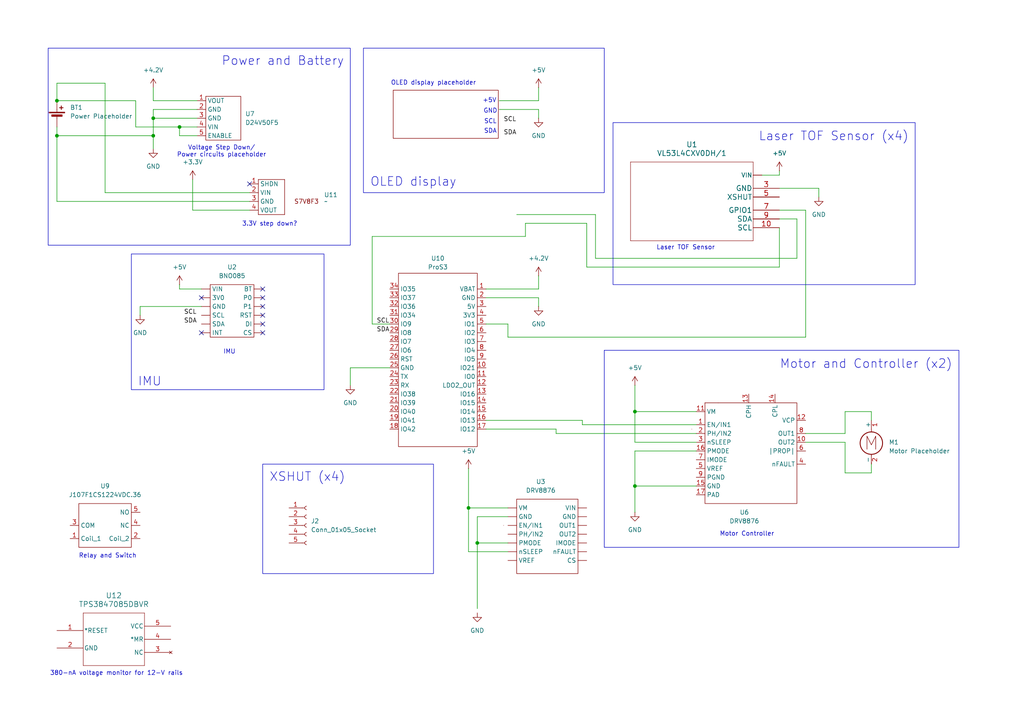
<source format=kicad_sch>
(kicad_sch (version 20231120) (generator "eeschema") (generator_version "8.0")
  (paper "A4")
  (lib_symbols
    (symbol "Connector:Conn_01x05_Socket" (pin_names (offset 1.016) hide)
      (property "Reference" "J" (at 0 7.62 0))
      (property "Value" "Conn_01x05_Socket" (at 0 -7.62 0))
      (symbol "Conn_01x05_Socket_1_1"
        (arc (start 0 -4.572) (mid -0.5058 -5.08) (end 0 -5.588) (stroke (width 0.1524)))
        (arc (start 0 -2.032) (mid -0.5058 -2.54) (end 0 -3.048) (stroke (width 0.1524)))
        (polyline (pts (xy -1.27 -5.08) (xy -0.508 -5.08)) (stroke (width 0.1524)))
        (polyline (pts (xy -1.27 -2.54) (xy -0.508 -2.54)) (stroke (width 0.1524)))
        (polyline (pts (xy -1.27 0) (xy -0.508 0)) (stroke (width 0.1524)))
        (polyline (pts (xy -1.27 2.54) (xy -0.508 2.54)) (stroke (width 0.1524)))
        (polyline (pts (xy -1.27 5.08) (xy -0.508 5.08)) (stroke (width 0.1524)))
        (arc (start 0 0.508) (mid -0.5058 0) (end 0 -0.508) (stroke (width 0.1524)))
        (arc (start 0 3.048) (mid -0.5058 2.54) (end 0 2.032) (stroke (width 0.1524)))
        (arc (start 0 5.588) (mid -0.5058 5.08) (end 0 4.572) (stroke (width 0.1524)))
        (pin passive line (at -5.08 5.08 0) (length 3.81) (name "Pin_1") (number "1"))
        (pin passive line (at -5.08 2.54 0) (length 3.81) (name "Pin_2") (number "2"))
        (pin passive line (at -5.08 0 0) (length 3.81) (name "Pin_3") (number "3"))
        (pin passive line (at -5.08 -2.54 0) (length 3.81) (name "Pin_4") (number "4"))
        (pin passive line (at -5.08 -5.08 0) (length 3.81) (name "Pin_5") (number "5"))
      )
    )
    (symbol "Device:Battery_Cell" (pin_numbers hide) (pin_names (offset 0) hide)
      (property "Reference" "BT" (at 2.54 2.54 0))
      (property "Value" "Battery_Cell" (at 2.54 0 0))
      (symbol "Battery_Cell_0_1"
        (rectangle (start -2.286 1.778) (end 2.286 1.524) (fill (type outline)))
        (rectangle (start -1.524 1.016) (end 1.524 0.508) (fill (type outline)))
        (polyline (pts (xy 0 0.762) (xy 0 0)))
        (polyline (pts (xy 0 1.778) (xy 0 2.54)))
        (polyline (pts (xy 0.762 3.048) (xy 1.778 3.048)) (stroke (width 0.254)))
        (polyline (pts (xy 1.27 3.556) (xy 1.27 2.54)) (stroke (width 0.254)))
      )
      (symbol "Battery_Cell_1_1"
        (pin passive line (at 0 5.08 270) (length 2.54) (name "+") (number "1"))
        (pin passive line (at 0 -2.54 90) (length 2.54) (name "-") (number "2"))
      )
    )
    (symbol "Motor:Motor_DC" (pin_names (offset 0))
      (property "Reference" "M" (at 2.54 2.54 0))
      (property "Value" "Motor_DC" (at 2.54 -5.08 0))
      (symbol "Motor_DC_0_0"
        (polyline (pts (xy -1.27 -3.302) (xy -1.27 0.508) (xy 0 -2.032) (xy 1.27 0.508) (xy 1.27 -3.302)))
      )
      (symbol "Motor_DC_0_1"
        (circle (center 0 -1.524) (radius 3.2512) (stroke (width 0.254)))
        (polyline (pts (xy 0 -7.62) (xy 0 -7.112)))
        (polyline (pts (xy 0 -4.7752) (xy 0 -5.1816)))
        (polyline (pts (xy 0 1.7272) (xy 0 2.0828)))
        (polyline (pts (xy 0 2.032) (xy 0 2.54)))
      )
      (symbol "Motor_DC_1_1"
        (pin passive line (at 0 5.08 270) (length 2.54) (name "+") (number "1"))
        (pin passive line (at 0 -7.62 90) (length 2.54) (name "-") (number "2"))
      )
    )
    (symbol "Pacbots2023:DRV8876"
      (property "Reference" "U" (at -6.35 -3.81 0))
      (property "Value" "DRV8876" (at -6.35 -6.35 0))
      (symbol "DRV8876_0_1"
        (rectangle (start -19.05 -16.51) (end -19.05 -16.51))
        (rectangle (start -15.24 -8.89) (end -15.24 -8.89))
        (rectangle (start -15.24 -8.89) (end 2.54 -30.48))
        (rectangle (start -11.43 -17.78) (end -11.43 -17.78))
        (rectangle (start -11.43 -8.89) (end -11.43 -8.89))
      )
      (symbol "DRV8876_1_1"
        (pin input line (at 5.08 -26.67 180) (length 2.54) (name "CS") (number ""))
        (pin input line (at -17.78 -16.51 0) (length 2.54) (name "EN/IN1") (number ""))
        (pin power_out line (at -17.78 -13.97 0) (length 2.54) (name "GND") (number ""))
        (pin power_out line (at 5.08 -13.97 180) (length 2.54) (name "GND") (number ""))
        (pin input line (at 5.08 -21.59 180) (length 2.54) (name "IMODE") (number ""))
        (pin output line (at 5.08 -16.51 180) (length 2.54) (name "OUT1") (number ""))
        (pin output line (at 5.08 -19.05 180) (length 2.54) (name "OUT2") (number ""))
        (pin input line (at -17.78 -19.05 0) (length 2.54) (name "PH/IN2") (number ""))
        (pin input line (at -17.78 -21.59 0) (length 2.54) (name "PMODE") (number ""))
        (pin power_in line (at 5.08 -11.43 180) (length 2.54) (name "VIN") (number ""))
        (pin power_in line (at -17.78 -11.43 0) (length 2.54) (name "VM") (number ""))
        (pin input line (at -17.78 -26.67 0) (length 2.54) (name "VREF") (number ""))
        (pin open_emitter line (at 5.08 -24.13 180) (length 2.54) (name "nFAULT") (number ""))
        (pin input line (at -17.78 -24.13 0) (length 2.54) (name "nSLEEP") (number ""))
      )
    )
    (symbol "PacbotsParts:BNO085"
      (property "Reference" "U" (at 0 2.54 0))
      (property "Value" "BNO085" (at 0 0 0))
      (symbol "BNO085_0_1"
        (rectangle (start -6.35 -1.27) (end 6.35 -16.51))
      )
      (symbol "BNO085_1_1"
        (pin input line (at 8.89 -12.7 180) (length 2.54) (name "3V0") (number ""))
        (pin input line (at -8.89 -15.24 0) (length 2.54) (name "BT") (number ""))
        (pin input line (at -8.89 -2.54 0) (length 2.54) (name "CS") (number ""))
        (pin input line (at -8.89 -5.08 0) (length 2.54) (name "DI") (number ""))
        (pin input line (at 8.89 -10.16 180) (length 2.54) (name "GND") (number ""))
        (pin input line (at 8.89 -2.54 180) (length 2.54) (name "INT") (number ""))
        (pin input line (at -8.89 -12.7 0) (length 2.54) (name "P0") (number ""))
        (pin input line (at -8.89 -10.16 0) (length 2.54) (name "P1") (number ""))
        (pin input line (at -8.89 -7.62 0) (length 2.54) (name "RST") (number ""))
        (pin bidirectional line (at 8.89 -7.62 180) (length 2.54) (name "SCL") (number ""))
        (pin bidirectional line (at 8.89 -5.08 180) (length 2.54) (name "SDA") (number ""))
        (pin input line (at 8.89 -15.24 180) (length 2.54) (name "VIN") (number ""))
      )
    )
    (symbol "PacbotsParts:D24V50F5"
      (property "Reference" "U" (at 0 2.54 0))
      (property "Value" "D24V50F5" (at 0 5.08 0))
      (symbol "D24V50F5_0_1"
        (rectangle (start -5.08 1.27) (end 5.08 -11.43))
      )
      (symbol "D24V50F5_1_1"
        (pin output line (at -7.62 0 0) (length 2.54) (name "VOUT") (number "1"))
        (pin output line (at -7.62 -2.54 0) (length 2.54) (name "GND") (number "2"))
        (pin output line (at -7.62 -5.08 0) (length 2.54) (name "GND") (number "3"))
        (pin input line (at -7.62 -7.62 0) (length 2.54) (name "VIN") (number "4"))
        (pin input line (at -7.62 -10.16 0) (length 2.54) (name "ENABLE") (number "5"))
      )
    )
    (symbol "PacbotsParts:DRV8876"
      (property "Reference" "U" (at 2.54 3.81 0))
      (property "Value" "DRV8876" (at 2.54 6.35 0))
      (symbol "DRV8876_0_1"
        (rectangle (start -19.05 -16.51) (end -19.05 -16.51))
        (rectangle (start -15.24 -8.89) (end -15.24 -8.89))
        (rectangle (start -15.24 -8.89) (end 11.43 -38.1))
        (rectangle (start -11.43 -17.78) (end -11.43 -17.78))
        (rectangle (start -11.43 -8.89) (end -11.43 -8.89))
      )
      (symbol "DRV8876_1_1"
        (pin input line (at -17.78 -15.24 0) (length 2.54) (name "EN/IN1") (number "1"))
        (pin output line (at 13.97 -20.32 180) (length 2.54) (name "OUT2") (number "10"))
        (pin unspecified line (at -17.78 -11.43 0) (length 2.54) (name "VM") (number "11"))
        (pin unspecified line (at 13.97 -13.97 180) (length 2.54) (name "VCP") (number "12"))
        (pin unspecified line (at -2.54 -6.35 270) (length 2.54) (name "CPH") (number "13"))
        (pin unspecified line (at 5.08 -6.35 270) (length 2.54) (name "CPL") (number "14"))
        (pin power_in line (at -17.78 -33.02 0) (length 2.54) (name "GND") (number "15"))
        (pin input line (at -17.78 -22.86 0) (length 2.54) (name "PMODE") (number "16"))
        (pin power_in line (at -17.78 -35.56 0) (length 2.54) (name "PAD") (number "17"))
        (pin input line (at -17.78 -17.78 0) (length 2.54) (name "PH/IN2") (number "2"))
        (pin input line (at -17.78 -20.32 0) (length 2.54) (name "nSLEEP") (number "3"))
        (pin output line (at 13.97 -26.67 180) (length 2.54) (name "nFAULT") (number "4"))
        (pin input line (at -17.78 -27.94 0) (length 2.54) (name "VREF") (number "5"))
        (pin output line (at 13.97 -22.86 180) (length 2.54) (name "|PROP|") (number "6"))
        (pin input line (at -17.78 -25.4 0) (length 2.54) (name "IMODE") (number "7"))
        (pin output line (at 13.97 -17.78 180) (length 2.54) (name "OUT1") (number "8"))
        (pin power_in line (at -17.78 -30.48 0) (length 2.54) (name "PGND") (number "9"))
      )
    )
    (symbol "PacbotsParts:J107F1CS1224VDC.36"
      (property "Reference" "U" (at 0 0 0))
      (property "Value" "J107F1CS1224VDC.36" (at 0 -2.54 0))
      (symbol "J107F1CS1224VDC.36_0_1"
        (rectangle (start -7.62 -3.81) (end 7.62 -16.51))
      )
      (symbol "J107F1CS1224VDC.36_1_1"
        (pin input line (at -10.16 -13.97 0) (length 2.54) (name "Coil_1") (number "1"))
        (pin output line (at 10.16 -13.97 180) (length 2.54) (name "Coil_2") (number "2"))
        (pin input line (at -10.16 -10.16 0) (length 2.54) (name "COM") (number "3"))
        (pin output line (at 10.16 -10.16 180) (length 2.54) (name "NC") (number "4"))
        (pin output line (at 10.16 -6.35 180) (length 2.54) (name "NO") (number "5"))
      )
    )
    (symbol "PacbotsParts:ProS3"
      (property "Reference" "U" (at 0 -28.956 0))
      (property "Value" "ProS3" (at -0.508 27.178 0))
      (symbol "ProS3_0_1"
        (rectangle (start -11.43 24.892) (end 11.43 -25.4) (stroke (width 0.1524)))
      )
      (symbol "ProS3_1_1"
        (pin power_in line (at 13.97 20.32 180) (length 2.54) (name "VBAT") (number "1"))
        (pin bidirectional line (at 13.97 -2.54 180) (length 2.54) (name "IO21") (number "10"))
        (pin bidirectional line (at 13.97 -5.08 180) (length 2.54) (name "IO0") (number "11"))
        (pin power_out line (at 13.97 -7.62 180) (length 2.54) (name "LDO2_OUT") (number "12"))
        (pin bidirectional line (at 13.97 -10.16 180) (length 2.54) (name "IO16") (number "13"))
        (pin bidirectional line (at 13.97 -12.7 180) (length 2.54) (name "IO15") (number "14"))
        (pin bidirectional line (at 13.97 -15.24 180) (length 2.54) (name "IO14") (number "15"))
        (pin bidirectional line (at 13.97 -17.78 180) (length 2.54) (name "IO13") (number "16"))
        (pin bidirectional line (at 13.97 -20.32 180) (length 2.54) (name "IO12") (number "17"))
        (pin bidirectional line (at -13.97 -20.32 0) (length 2.54) (name "IO42") (number "18"))
        (pin bidirectional line (at -13.97 -17.78 0) (length 2.54) (name "IO41") (number "19"))
        (pin power_in line (at 13.97 17.78 180) (length 2.54) (name "GND") (number "2"))
        (pin bidirectional line (at -13.97 -15.24 0) (length 2.54) (name "IO40") (number "20"))
        (pin bidirectional line (at -13.97 -12.7 0) (length 2.54) (name "IO39") (number "21"))
        (pin bidirectional line (at -13.97 -10.16 0) (length 2.54) (name "IO38") (number "22"))
        (pin bidirectional line (at -13.97 -7.62 0) (length 2.54) (name "RX") (number "23"))
        (pin bidirectional line (at -13.97 -5.08 0) (length 2.54) (name "TX") (number "24"))
        (pin power_in line (at -13.97 -2.54 0) (length 2.54) (name "GND") (number "25"))
        (pin input line (at -13.97 0 0) (length 2.54) (name "RST") (number "26"))
        (pin bidirectional line (at -13.97 2.54 0) (length 2.54) (name "IO6") (number "27"))
        (pin bidirectional line (at -13.97 5.08 0) (length 2.54) (name "IO7") (number "28"))
        (pin bidirectional line (at -13.97 7.62 0) (length 2.54) (name "IO8") (number "29"))
        (pin power_in line (at 13.97 15.24 180) (length 2.54) (name "5V") (number "3"))
        (pin bidirectional line (at -13.97 10.16 0) (length 2.54) (name "IO9") (number "30"))
        (pin bidirectional line (at -13.97 12.7 0) (length 2.54) (name "IO34") (number "31"))
        (pin bidirectional line (at -13.97 15.24 0) (length 2.54) (name "IO36") (number "32"))
        (pin bidirectional line (at -13.97 17.78 0) (length 2.54) (name "IO37") (number "33"))
        (pin bidirectional line (at -13.97 20.32 0) (length 2.54) (name "IO35") (number "34"))
        (pin power_in line (at 13.97 12.7 180) (length 2.54) (name "3V3") (number "4"))
        (pin bidirectional line (at 13.97 10.16 180) (length 2.54) (name "IO1") (number "5"))
        (pin bidirectional line (at 13.97 7.62 180) (length 2.54) (name "IO2") (number "6"))
        (pin bidirectional line (at 13.97 5.08 180) (length 2.54) (name "IO3") (number "7"))
        (pin bidirectional line (at 13.97 2.54 180) (length 2.54) (name "IO4") (number "8"))
        (pin bidirectional line (at 13.97 0 180) (length 2.54) (name "IO5") (number "9"))
      )
    )
    (symbol "PacbotsParts:S7V8F3"
      (property "Reference" "U" (at 10.16 -6.35 0))
      (symbol "S7V8F3_0_0"
        (text "S7V8F3" (at 11.43 -8.89 0) (effects (font (size 1.27 1.27))))
      )
      (symbol "S7V8F3_0_1"
        (rectangle (start -2.54 -12.7) (end 5.08 -12.7))
        (rectangle (start -2.54 -2.54) (end -2.54 -12.7))
      )
      (symbol "S7V8F3_1_1"
        (rectangle (start -2.54 -2.54) (end 5.08 -2.54))
        (rectangle (start 5.08 -2.54) (end 5.08 -12.7))
        (pin input line (at -5.08 -3.81 0) (length 2.54) (name "SHDN") (number "1"))
        (pin input line (at -5.08 -6.35 0) (length 2.54) (name "VIN") (number "2"))
        (pin input line (at -5.08 -8.89 0) (length 2.54) (name "GND") (number "3"))
        (pin output line (at -5.08 -11.43 0) (length 2.54) (name "VOUT") (number "4"))
      )
    )
    (symbol "PacbotsParts:TPS3847085DBVR" (pin_names (offset 0.254))
      (property "Reference" "U" (at 0 12.7 0))
      (property "Value" "TPS3847085DBVR" (at 0 10.16 0))
      (symbol "TPS3847085DBVR_0_1"
        (polyline (pts (xy -8.89 -8.89) (xy 8.89 -8.89)) (stroke (width 0.127)))
        (polyline (pts (xy -8.89 6.35) (xy -8.89 -8.89)) (stroke (width 0.127)))
        (polyline (pts (xy 8.89 -8.89) (xy 8.89 6.35)) (stroke (width 0.127)))
        (polyline (pts (xy 8.89 6.35) (xy -8.89 6.35)) (stroke (width 0.127)))
        (pin output line (at -16.51 1.27 0) (length 7.62) (name "*RESET") (number "1"))
        (pin power_in line (at -16.51 -3.81 0) (length 7.62) (name "GND") (number "2"))
        (pin no_connect line (at 16.51 -5.08 180) (length 7.62) (name "NC") (number "3"))
        (pin input line (at 16.51 -1.27 180) (length 7.62) (name "*MR") (number "4"))
        (pin power_in line (at 16.51 2.54 180) (length 7.62) (name "VCC") (number "5"))
      )
    )
    (symbol "PacbotsParts:VL53L4CXV0DH/1" (pin_names (offset 0.254))
      (property "Reference" "U" (at 25.4 10.16 0))
      (property "Value" "VL53L4CXV0DH{slash}1" (at 25.4 7.62 0))
      (symbol "VL53L4CXV0DH/1_1_1"
        (polyline (pts (xy 7.62 -17.78) (xy 43.18 -17.78)) (stroke (width 0.127)))
        (polyline (pts (xy 7.62 5.08) (xy 7.62 -17.78)) (stroke (width 0.127)))
        (polyline (pts (xy 43.18 -17.78) (xy 43.18 5.08)) (stroke (width 0.127)))
        (polyline (pts (xy 43.18 5.08) (xy 7.62 5.08)) (stroke (width 0.127)))
        (pin input line (at 45.72 1.27 180) (length 2.54) (name "VIN") (number ""))
        (pin unspecified line (at 50.8 -13.97 180) (length 7.62) (name "SCL") (number "10"))
        (pin power_in line (at 50.8 -2.54 180) (length 7.62) (name "GND") (number "3"))
        (pin unspecified line (at 50.8 -5.08 180) (length 7.62) (name "XSHUT") (number "5"))
        (pin unspecified line (at 50.8 -8.89 180) (length 7.62) (name "GPIO1") (number "7"))
        (pin unspecified line (at 50.8 -11.43 180) (length 7.62) (name "SDA") (number "9"))
      )
    )
    (symbol "power:+5V" (power) (pin_numbers hide) (pin_names (offset 0) hide)
      (property "Value" "+5V" (at 0 3.556 0))
      (symbol "+5V_0_1"
        (polyline (pts (xy -0.762 1.27) (xy 0 2.54)))
        (polyline (pts (xy 0 0) (xy 0 2.54)))
        (polyline (pts (xy 0 2.54) (xy 0.762 1.27)))
      )
      (symbol "+5V_1_1"
        (pin power_in line (at 0 0 90) (length 0) (name "~") (number "1"))
      )
    )
    (symbol "power:GND" (power) (pin_numbers hide) (pin_names (offset 0) hide)
      (property "Value" "GND" (at 0 -3.81 0))
      (symbol "GND_0_1"
        (polyline (pts (xy 0 0) (xy 0 -1.27) (xy 1.27 -1.27) (xy 0 -2.54) (xy -1.27 -1.27) (xy 0 -1.27)))
      )
      (symbol "GND_1_1"
        (pin power_in line (at 0 0 270) (length 0) (name "~") (number "1"))
      )
    )
  )
  (junction (at 135.89 147.32))
  (junction (at 138.43 157.48))
  (junction (at 184.15 140.97))
  (junction (at 44.45 39.37))
  (junction (at 44.45 34.29))
  (junction (at 16.51 39.37))
  (junction (at 52.07 36.83))
  (junction (at 16.51 29.21))
  (junction (at 184.15 119.38))
  (no_connect (at 76.2 96.52))
  (no_connect (at 76.2 83.82))
  (no_connect (at 76.2 86.36))
  (no_connect (at 58.42 96.52))
  (no_connect (at 58.42 86.36))
  (no_connect (at 76.2 93.98))
  (no_connect (at 76.2 88.9))
  (no_connect (at 72.39 53.34))
  (no_connect (at 76.2 91.44))
  (wire (pts (xy 245.11 119.38) (xy 252.73 119.38)))
  (wire (pts (xy 138.43 149.86) (xy 138.43 157.48)))
  (wire (pts (xy 44.45 34.29) (xy 57.15 34.29)))
  (wire (pts (xy 144.78 29.21) (xy 156.21 29.21)))
  (wire (pts (xy 168.91 121.92) (xy 168.91 123.19)))
  (wire (pts (xy 147.32 149.86) (xy 138.43 149.86)))
  (wire (pts (xy 184.15 119.38) (xy 201.93 119.38)))
  (wire (pts (xy 16.51 39.37) (xy 44.45 39.37)))
  (wire (pts (xy 44.45 25.4) (xy 44.45 29.21)))
  (wire (pts (xy 226.06 60.96) (xy 233.68 60.96)))
  (wire (pts (xy 161.29 125.73) (xy 201.93 125.73)))
  (wire (pts (xy 140.97 121.92) (xy 168.91 121.92)))
  (wire (pts (xy 72.39 58.42) (xy 16.51 58.42)))
  (wire (pts (xy 245.11 125.73) (xy 245.11 119.38)))
  (wire (pts (xy 16.51 58.42) (xy 16.51 39.37)))
  (wire (pts (xy 140.97 124.46) (xy 161.29 124.46)))
  (wire (pts (xy 58.42 83.82) (xy 52.07 83.82)))
  (wire (pts (xy 52.07 39.37) (xy 52.07 36.83)))
  (wire (pts (xy 184.15 111.76) (xy 184.15 119.38)))
  (wire (pts (xy 149.86 62.23) (xy 172.72 62.23)))
  (wire (pts (xy 152.4 64.77) (xy 152.4 68.58)))
  (wire (pts (xy 39.37 36.83) (xy 52.07 36.83)))
  (wire (pts (xy 226.06 77.47) (xy 226.06 66.04)))
  (wire (pts (xy 184.15 130.81) (xy 184.15 140.97)))
  (wire (pts (xy 152.4 64.77) (xy 170.18 64.77)))
  (wire (pts (xy 231.14 63.5) (xy 226.06 63.5)))
  (wire (pts (xy 140.97 86.36) (xy 156.21 86.36)))
  (wire (pts (xy 168.91 123.19) (xy 201.93 123.19)))
  (wire (pts (xy 156.21 86.36) (xy 156.21 88.9)))
  (wire (pts (xy 16.51 29.21) (xy 39.37 29.21)))
  (wire (pts (xy 52.07 83.82) (xy 52.07 82.55)))
  (wire (pts (xy 135.89 147.32) (xy 135.89 160.02)))
  (wire (pts (xy 252.73 119.38) (xy 252.73 121.92)))
  (wire (pts (xy 57.15 39.37) (xy 52.07 39.37)))
  (wire (pts (xy 40.64 88.9) (xy 40.64 91.44)))
  (wire (pts (xy 30.48 55.88) (xy 30.48 24.13)))
  (wire (pts (xy 156.21 34.29) (xy 156.21 31.75)))
  (wire (pts (xy 201.93 130.81) (xy 184.15 130.81)))
  (wire (pts (xy 184.15 140.97) (xy 184.15 148.59)))
  (wire (pts (xy 107.95 68.58) (xy 107.95 93.98)))
  (wire (pts (xy 147.32 157.48) (xy 138.43 157.48)))
  (wire (pts (xy 16.51 36.83) (xy 16.51 39.37)))
  (wire (pts (xy 220.98 50.8) (xy 226.06 50.8)))
  (wire (pts (xy 245.11 128.27) (xy 245.11 137.16)))
  (wire (pts (xy 40.64 88.9) (xy 58.42 88.9)))
  (wire (pts (xy 72.39 60.96) (xy 55.88 60.96)))
  (wire (pts (xy 57.15 31.75) (xy 44.45 31.75)))
  (wire (pts (xy 231.14 74.93) (xy 231.14 63.5)))
  (wire (pts (xy 44.45 31.75) (xy 44.45 34.29)))
  (wire (pts (xy 172.72 62.23) (xy 172.72 74.93)))
  (wire (pts (xy 233.68 97.79) (xy 147.32 97.79)))
  (wire (pts (xy 201.93 140.97) (xy 184.15 140.97)))
  (wire (pts (xy 135.89 147.32) (xy 147.32 147.32)))
  (wire (pts (xy 147.32 97.79) (xy 147.32 93.98)))
  (wire (pts (xy 52.07 36.83) (xy 57.15 36.83)))
  (wire (pts (xy 16.51 24.13) (xy 16.51 29.21)))
  (wire (pts (xy 147.32 93.98) (xy 140.97 93.98)))
  (wire (pts (xy 55.88 52.07) (xy 55.88 60.96)))
  (wire (pts (xy 245.11 137.16) (xy 252.73 137.16)))
  (wire (pts (xy 144.78 31.75) (xy 156.21 31.75)))
  (wire (pts (xy 138.43 157.48) (xy 138.43 176.53)))
  (wire (pts (xy 184.15 128.27) (xy 184.15 119.38)))
  (wire (pts (xy 252.73 134.62) (xy 252.73 137.16)))
  (wire (pts (xy 172.72 74.93) (xy 231.14 74.93)))
  (wire (pts (xy 107.95 93.98) (xy 113.03 93.98)))
  (wire (pts (xy 233.68 128.27) (xy 245.11 128.27)))
  (wire (pts (xy 135.89 135.89) (xy 135.89 147.32)))
  (wire (pts (xy 233.68 60.96) (xy 233.68 97.79)))
  (wire (pts (xy 156.21 80.01) (xy 156.21 83.82)))
  (wire (pts (xy 101.6 106.68) (xy 101.6 111.76)))
  (wire (pts (xy 44.45 39.37) (xy 44.45 43.18)))
  (wire (pts (xy 156.21 25.4) (xy 156.21 29.21)))
  (wire (pts (xy 170.18 64.77) (xy 170.18 77.47)))
  (wire (pts (xy 113.03 106.68) (xy 101.6 106.68)))
  (wire (pts (xy 39.37 29.21) (xy 39.37 36.83)))
  (wire (pts (xy 147.32 160.02) (xy 135.89 160.02)))
  (wire (pts (xy 201.93 128.27) (xy 184.15 128.27)))
  (wire (pts (xy 140.97 83.82) (xy 156.21 83.82)))
  (wire (pts (xy 226.06 49.53) (xy 226.06 50.8)))
  (wire (pts (xy 30.48 24.13) (xy 16.51 24.13)))
  (wire (pts (xy 170.18 77.47) (xy 226.06 77.47)))
  (wire (pts (xy 161.29 124.46) (xy 161.29 125.73)))
  (wire (pts (xy 72.39 55.88) (xy 30.48 55.88)))
  (wire (pts (xy 226.06 54.61) (xy 237.49 54.61)))
  (wire (pts (xy 237.49 54.61) (xy 237.49 57.15)))
  (wire (pts (xy 57.15 29.21) (xy 44.45 29.21)))
  (wire (pts (xy 233.68 125.73) (xy 245.11 125.73)))
  (wire (pts (xy 44.45 39.37) (xy 44.45 34.29)))
  (wire (pts (xy 152.4 68.58) (xy 107.95 68.58)))
  (rectangle (start 13.97 13.97) (end 101.6 71.12))
  (rectangle (start 105.41 13.97) (end 175.26 55.88))
  (rectangle (start 175.26 101.6) (end 278.13 158.75))
  (rectangle (start 114.046 26.162) (end 144.526 40.132) (stroke (width 0) (color 132 0 0 1)))
  (rectangle (start 76.2 134.62) (end 125.73 166.37))
  (rectangle (start 38.1 73.66) (end 93.98 113.03))
  (rectangle (start 177.8 35.56) (end 265.43 82.55))
  (text "Laser TOF Sensor (x4)" (at 241.808 39.624 0) (effects (font (size 2.54 2.54))))
  (text "Relay and Switch" (at 31.242 161.29 0) (effects (font (size 1.27 1.27))))
  (text "Voltage Step Down/\nPower circuits placeholder" (at 64.262 43.942 0) (effects (font (size 1.27 1.27))))
  (text "Motor Controller\n" (at 216.662 154.94 0) (effects (font (size 1.27 1.27))))
  (text "IMU" (at 43.434 110.744 0) (effects (font (size 2.54 2.54))))
  (text "Power and Battery" (at 82.042 17.78 0) (effects (font (size 2.54 2.54))))
  (text "SCL\n" (at 142.24 35.306 0) (effects (font (size 1.27 1.27))))
  (text "IMU" (at 66.548 102.108 0) (effects (font (size 1.27 1.27))))
  (text "OLED display" (at 119.888 52.832 0) (effects (font (size 2.54 2.54))))
  (text "3.3V step down?" (at 78.232 65.024 0) (effects (font (size 1.27 1.27))))
  (text "GND" (at 142.24 32.258 0) (effects (font (size 1.27 1.27))))
  (text "XSHUT (x4)" (at 89.154 138.43 0) (effects (font (size 2.54 2.54))))
  (text "Laser TOF Sensor\n" (at 198.882 71.882 0) (effects (font (size 1.27 1.27))))
  (text "Motor and Controller (x2)" (at 251.206 105.664 0) (effects (font (size 2.54 2.54))))
  (text "+5V" (at 141.986 29.21 0) (effects (font (size 1.27 1.27))))
  (text "380-nA voltage monitor for 12-V rails" (at 33.782 195.326 0) (effects (font (size 1.27 1.27))))
  (text "SDA" (at 142.24 38.1 0) (effects (font (size 1.27 1.27))))
  (text "OLED display placeholder\n" (at 125.73 24.13 0) (effects (font (size 1.27 1.27))))
  (label "SDA" (at 109.22 96.52 0))
  (label "SCL" (at 109.22 93.98 0))
  (label "SCL" (at 53.34 91.44 0))
  (label "SDA" (at 53.34 93.98 0))
  (label "SDA" (at 146.05 39.37 0))
  (label "SCL" (at 146.05 35.56 0))
  (symbol (lib_id "power:GND") (at 156.21 34.29 0) (unit 1)
    (property "Reference" "#PWR011" (effects (hide yes)))
    (property "Value" "GND" (at 156.21 39.37 0))
    (property "Description" "Power symbol creates a global label with name \"GND\" , ground" (effects (hide yes)))
  )
  (symbol (lib_id "Connector:Conn_01x05_Socket") (at 88.9 152.4 0) (unit 1)
    (property "Reference" "J2" (at 90.17 151.1299 0) (effects (justify left)))
    (property "Value" "Conn_01x05_Socket" (at 90.17 153.6699 0) (effects (justify left)))
    (property "Description" "Generic connector, single row, 01x05, script generated" (effects (hide yes)))
  )
  (symbol (lib_id "PacbotsParts:TPS3847085DBVR") (at 33.02 184.15 0) (unit 1)
    (property "Reference" "U12" (at 33.02 172.72 0) (effects (font (size 1.524 1.524))))
    (property "Value" "TPS3847085DBVR" (at 33.02 175.26 0) (effects (font (size 1.524 1.524))))
    (property "Footprint" "DBV5_TEX" (effects (hide yes)))
    (property "Datasheet" "TPS3847085DBVR" (effects (hide yes)))
  )
  (symbol (lib_id "Pacbots2023:DRV8876") (at 165.1 135.89 0) (unit 1)
    (property "Reference" "U3" (at 156.845 139.7 0))
    (property "Value" "DRV8876" (at 156.845 142.24 0))
  )
  (symbol (lib_id "power:GND") (at 237.49 57.15 0) (unit 1)
    (property "Reference" "#PWR06" (effects (hide yes)))
    (property "Value" "GND" (at 237.49 62.23 0))
    (property "Description" "Power symbol creates a global label with name \"GND\" , ground" (effects (hide yes)))
  )
  (symbol (lib_id "PacbotsParts:J107F1CS1224VDC.36") (at 30.48 142.24 0) (unit 1)
    (property "Reference" "U9" (at 30.48 140.97 0))
    (property "Value" "J107F1CS1224VDC.36" (at 30.48 143.51 0))
  )
  (symbol (lib_id "power:+5V") (at 52.07 82.55 0) (unit 1)
    (property "Reference" "#PWR013" (effects (hide yes)))
    (property "Value" "+5V" (at 52.07 77.47 0))
    (property "Description" "Power symbol creates a global label with name \"+5V\"" (effects (hide yes)))
  )
  (symbol (lib_id "power:GND") (at 40.64 91.44 0) (unit 1)
    (property "Reference" "#PWR014" (effects (hide yes)))
    (property "Value" "GND" (at 40.64 96.52 0))
    (property "Description" "Power symbol creates a global label with name \"GND\" , ground" (effects (hide yes)))
  )
  (symbol (lib_id "power:GND") (at 156.21 88.9 0) (unit 1)
    (property "Reference" "#PWR03" (effects (hide yes)))
    (property "Value" "GND" (at 156.21 93.98 0))
    (property "Description" "Power symbol creates a global label with name \"GND\" , ground" (effects (hide yes)))
  )
  (symbol (lib_id "power:+5V") (at 44.45 25.4 0) (unit 1)
    (property "Reference" "#PWR09" (effects (hide yes)))
    (property "Value" "+4.2V" (at 44.45 20.32 0))
    (property "Description" "Power symbol creates a global label with name \"+5V\"" (effects (hide yes)))
  )
  (symbol (lib_id "power:GND") (at 184.15 148.59 0) (unit 1)
    (property "Reference" "#PWR01" (effects (hide yes)))
    (property "Value" "GND" (at 184.15 153.67 0))
    (property "Description" "Power symbol creates a global label with name \"GND\" , ground" (effects (hide yes)))
  )
  (symbol (lib_id "PacbotsParts:D24V50F5") (at 64.77 29.21 0) (unit 1)
    (property "Reference" "U7" (at 71.12 33.0199 0) (effects (justify left)))
    (property "Value" "D24V50F5" (at 71.12 35.5599 0) (effects (justify left)))
  )
  (symbol (lib_id "PacbotsParts:BNO085") (at 67.31 99.06 180) (unit 1)
    (property "Reference" "U2" (at 67.31 77.47 0))
    (property "Value" "BNO085" (at 67.31 80.01 0))
  )
  (symbol (lib_id "Device:Battery_Cell") (at 16.51 34.29 0) (unit 1)
    (property "Reference" "BT1" (at 20.32 31.1784 0) (effects (justify left)))
    (property "Value" "Power Placeholder" (at 20.32 33.7184 0) (effects (justify left)))
    (property "Description" "Single-cell battery" (effects (hide yes)))
  )
  (symbol (lib_id "PacbotsParts:ProS3") (at 127 104.14 0) (unit 1)
    (property "Reference" "U10" (at 127 74.93 0))
    (property "Value" "ProS3" (at 127 77.47 0))
  )
  (symbol (lib_id "power:+5V") (at 226.06 49.53 0) (unit 1)
    (property "Reference" "#PWR05" (effects (hide yes)))
    (property "Value" "+5V" (at 226.06 44.45 0))
    (property "Description" "Power symbol creates a global label with name \"+5V\"" (effects (hide yes)))
  )
  (symbol (lib_id "power:+5V") (at 156.21 80.01 0) (unit 1)
    (property "Reference" "#PWR04" (effects (hide yes)))
    (property "Value" "+4.2V" (at 156.21 74.93 0))
    (property "Description" "Power symbol creates a global label with name \"+5V\"" (effects (hide yes)))
  )
  (symbol (lib_id "power:GND") (at 44.45 43.18 0) (unit 1)
    (property "Reference" "#PWR08" (effects (hide yes)))
    (property "Value" "GND" (at 44.45 48.26 0))
    (property "Description" "Power symbol creates a global label with name \"GND\" , ground" (effects (hide yes)))
  )
  (symbol (lib_id "power:+5V") (at 135.89 135.89 0) (unit 1)
    (property "Reference" "#PWR015" (effects (hide yes)))
    (property "Value" "+5V" (at 135.89 130.81 0))
    (property "Description" "Power symbol creates a global label with name \"+5V\"" (effects (hide yes)))
  )
  (symbol (lib_id "power:+5V") (at 184.15 111.76 0) (unit 1)
    (property "Reference" "#PWR02" (effects (hide yes)))
    (property "Value" "+5V" (at 184.15 106.68 0))
    (property "Description" "Power symbol creates a global label with name \"+5V\"" (effects (hide yes)))
  )
  (symbol (lib_id "power:GND") (at 101.6 111.76 0) (unit 1)
    (property "Reference" "#PWR07" (effects (hide yes)))
    (property "Value" "GND" (at 101.6 116.84 0))
    (property "Description" "Power symbol creates a global label with name \"GND\" , ground" (effects (hide yes)))
  )
  (symbol (lib_id "PacbotsParts:VL53L4CXV0DH/1") (at 175.26 52.07 0) (unit 1)
    (property "Reference" "U1" (at 200.66 41.91 0) (effects (font (size 1.524 1.524))))
    (property "Value" "VL53L4CXV0DH/1" (at 200.66 44.45 0) (effects (font (size 1.524 1.524))))
    (property "Footprint" "LGA12_STM" (effects (hide yes)))
  )
  (symbol (lib_id "power:+5V") (at 55.88 52.07 0) (unit 1)
    (property "Reference" "#PWR012" (effects (hide yes)))
    (property "Value" "+3.3V" (at 55.88 46.99 0))
    (property "Description" "Power symbol creates a global label with name \"+5V\"" (effects (hide yes)))
  )
  (symbol (lib_id "Motor:Motor_DC") (at 252.73 127 0) (unit 1)
    (property "Reference" "M1" (at 257.81 128.2699 0) (effects (justify left)))
    (property "Value" "Motor Placeholder" (at 257.81 130.8099 0) (effects (justify left)))
    (property "Description" "DC Motor" (effects (hide yes)))
  )
  (symbol (lib_id "PacbotsParts:S7V8F3") (at 77.47 49.53 0) (unit 1)
    (property "Reference" "U11" (at 93.98 56.5149 0) (effects (justify left)))
    (property "Value" "~" (at 93.98 58.42 0) (effects (justify left)))
  )
  (symbol (lib_id "PacbotsParts:DRV8876") (at 219.71 107.95 0) (unit 1)
    (property "Reference" "U6" (at 215.9 148.59 0))
    (property "Value" "DRV8876" (at 215.9 151.13 0))
  )
  (symbol (lib_id "power:+5V") (at 156.21 25.4 0) (unit 1)
    (property "Reference" "#PWR010" (effects (hide yes)))
    (property "Value" "+5V" (at 156.21 20.32 0))
    (property "Description" "Power symbol creates a global label with name \"+5V\"" (effects (hide yes)))
  )
  (symbol (lib_id "power:GND") (at 138.43 177.8 0) (unit 1)
    (property "Reference" "#PWR016" (effects (hide yes)))
    (property "Value" "GND" (at 138.43 182.88 0))
    (property "Description" "Power symbol creates a global label with name \"GND\" , ground" (effects (hide yes)))
  )
)
</source>
